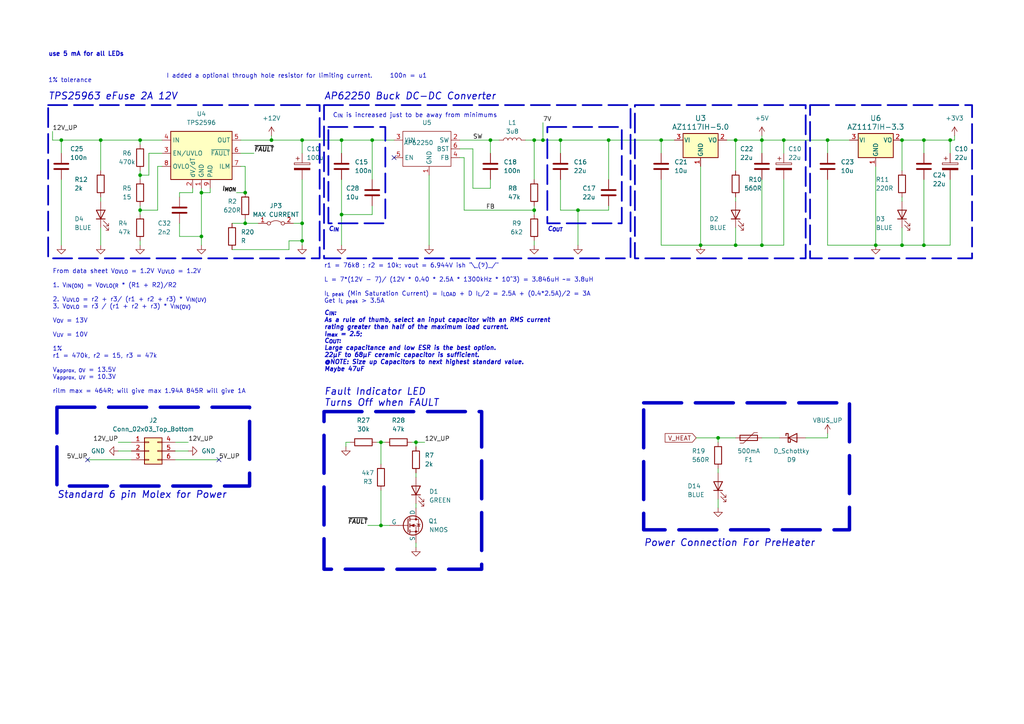
<source format=kicad_sch>
(kicad_sch (version 20230121) (generator eeschema)
  (paper "A4")
  (title_block (title "Power Supply") (rev "1"))
  (lib_symbols
    (symbol "Connector_Generic:Conn_02x03_Top_Bottom" (pin_names (offset 1.016) hide)
      (property "Reference" "J" (at 1.27 5.08 0))
      (property "Value" "Conn_02x03_Top_Bottom" (at 1.27 -5.08 0))
      (symbol "Conn_02x03_Top_Bottom_1_1"
        (rectangle (start -1.27 -2.413) (end 0 -2.667) (stroke (width 0.1524)))
        (rectangle (start -1.27 0.127) (end 0 -0.127) (stroke (width 0.1524)))
        (rectangle (start -1.27 2.667) (end 0 2.413) (stroke (width 0.1524)))
        (rectangle (start -1.27 3.81) (end 3.81 -3.81) (stroke (width 0.254)) (fill (type background)))
        (rectangle (start 3.81 -2.413) (end 2.54 -2.667) (stroke (width 0.1524)))
        (rectangle (start 3.81 0.127) (end 2.54 -0.127) (stroke (width 0.1524)))
        (rectangle (start 3.81 2.667) (end 2.54 2.413) (stroke (width 0.1524)))
        (pin passive line (at -5.08 2.54 0) (length 3.81) (name "Pin_1") (number "1"))
        (pin passive line (at -5.08 0 0) (length 3.81) (name "Pin_2") (number "2"))
        (pin passive line (at -5.08 -2.54 0) (length 3.81) (name "Pin_3") (number "3"))
        (pin passive line (at 7.62 2.54 180) (length 3.81) (name "Pin_4") (number "4"))
        (pin passive line (at 7.62 0 180) (length 3.81) (name "Pin_5") (number "5"))
        (pin passive line (at 7.62 -2.54 180) (length 3.81) (name "Pin_6") (number "6"))
      )
    )
    (symbol "Device:C" (pin_numbers hide) (pin_names (offset 0.254))
      (property "Reference" "C" (at 0.635 2.54 0))
      (property "Value" "C" (at 0.635 -2.54 0))
      (symbol "C_0_1"
        (polyline (pts (xy -2.032 -0.762) (xy 2.032 -0.762)) (stroke (width 0.508)))
        (polyline (pts (xy -2.032 0.762) (xy 2.032 0.762)) (stroke (width 0.508)))
      )
      (symbol "C_1_1"
        (pin passive line (at 0 3.81 270) (length 2.794) (name "~") (number "1"))
        (pin passive line (at 0 -3.81 90) (length 2.794) (name "~") (number "2"))
      )
    )
    (symbol "Device:C_Polarized" (pin_numbers hide) (pin_names (offset 0.254))
      (property "Reference" "C" (at 0.635 2.54 0))
      (property "Value" "C_Polarized" (at 0.635 -2.54 0))
      (symbol "C_Polarized_0_1"
        (rectangle (start -2.286 0.508) (end 2.286 1.016))
        (polyline (pts (xy -1.778 2.286) (xy -0.762 2.286)))
        (polyline (pts (xy -1.27 2.794) (xy -1.27 1.778)))
        (rectangle (start 2.286 -0.508) (end -2.286 -1.016) (fill (type outline)))
      )
      (symbol "C_Polarized_1_1"
        (pin passive line (at 0 3.81 270) (length 2.794) (name "~") (number "1"))
        (pin passive line (at 0 -3.81 90) (length 2.794) (name "~") (number "2"))
      )
    )
    (symbol "Device:D_Schottky" (pin_numbers hide) (pin_names (offset 1.016) hide)
      (property "Reference" "D" (at 0 2.54 0))
      (property "Value" "D_Schottky" (at 0 -2.54 0))
      (symbol "D_Schottky_0_1"
        (polyline (pts (xy 1.27 0) (xy -1.27 0)))
        (polyline (pts (xy 1.27 1.27) (xy 1.27 -1.27) (xy -1.27 0) (xy 1.27 1.27)) (stroke (width 0.254)))
        (polyline (pts (xy -1.905 0.635) (xy -1.905 1.27) (xy -1.27 1.27) (xy -1.27 -1.27) (xy -0.635 -1.27) (xy -0.635 -0.635)) (stroke (width 0.254)))
      )
      (symbol "D_Schottky_1_1"
        (pin passive line (at -3.81 0 0) (length 2.54) (name "K") (number "1"))
        (pin passive line (at 3.81 0 180) (length 2.54) (name "A") (number "2"))
      )
    )
    (symbol "Device:L" (pin_numbers hide) (pin_names (offset 1.016) hide)
      (property "Reference" "L" (at -1.27 0 90))
      (property "Value" "L" (at 1.905 0 90))
      (symbol "L_0_1"
        (arc (start 0 -2.54) (mid 0.6323 -1.905) (end 0 -1.27))
        (arc (start 0 -1.27) (mid 0.6323 -0.635) (end 0 0))
        (arc (start 0 0) (mid 0.6323 0.635) (end 0 1.27))
        (arc (start 0 1.27) (mid 0.6323 1.905) (end 0 2.54))
      )
      (symbol "L_1_1"
        (pin passive line (at 0 3.81 270) (length 1.27) (name "1") (number "1"))
        (pin passive line (at 0 -3.81 90) (length 1.27) (name "2") (number "2"))
      )
    )
    (symbol "Device:LED" (pin_numbers hide) (pin_names (offset 1.016) hide)
      (property "Reference" "D" (at 0 2.54 0))
      (property "Value" "LED" (at 0 -2.54 0))
      (symbol "LED_0_1"
        (polyline (pts (xy -1.27 -1.27) (xy -1.27 1.27)) (stroke (width 0.254)))
        (polyline (pts (xy -1.27 0) (xy 1.27 0)))
        (polyline (pts (xy 1.27 -1.27) (xy 1.27 1.27) (xy -1.27 0) (xy 1.27 -1.27)) (stroke (width 0.254)))
        (polyline (pts (xy -3.048 -0.762) (xy -4.572 -2.286) (xy -3.81 -2.286) (xy -4.572 -2.286) (xy -4.572 -1.524)))
        (polyline (pts (xy -1.778 -0.762) (xy -3.302 -2.286) (xy -2.54 -2.286) (xy -3.302 -2.286) (xy -3.302 -1.524)))
      )
      (symbol "LED_1_1"
        (pin passive line (at -3.81 0 0) (length 2.54) (name "K") (number "1"))
        (pin passive line (at 3.81 0 180) (length 2.54) (name "A") (number "2"))
      )
    )
    (symbol "Device:Polyfuse" (pin_numbers hide) (pin_names (offset 0))
      (property "Reference" "F" (at -2.54 0 90))
      (property "Value" "Polyfuse" (at 2.54 0 90))
      (symbol "Polyfuse_0_1"
        (rectangle (start -0.762 2.54) (end 0.762 -2.54) (stroke (width 0.254)))
        (polyline (pts (xy 0 2.54) (xy 0 -2.54)))
        (polyline (pts (xy -1.524 2.54) (xy -1.524 1.524) (xy 1.524 -1.524) (xy 1.524 -2.54)))
      )
      (symbol "Polyfuse_1_1"
        (pin passive line (at 0 3.81 270) (length 1.27) (name "~") (number "1"))
        (pin passive line (at 0 -3.81 90) (length 1.27) (name "~") (number "2"))
      )
    )
    (symbol "Device:R" (pin_numbers hide) (pin_names (offset 0))
      (property "Reference" "R" (at 2.032 0 90))
      (property "Value" "R" (at 0 0 90))
      (symbol "R_0_1"
        (rectangle (start -1.016 -2.54) (end 1.016 2.54) (stroke (width 0.254)))
      )
      (symbol "R_1_1"
        (pin passive line (at 0 3.81 270) (length 1.27) (name "~") (number "1"))
        (pin passive line (at 0 -3.81 90) (length 1.27) (name "~") (number "2"))
      )
    )
    (symbol "H2_Parts:AP62205"
      (property "Reference" "U" (at -1.27 6.35 0))
      (symbol "AP62205_0_1"
        (rectangle (start -6.35 5.08) (end 7.62 -5.08))
      )
      (symbol "AP62205_1_1"
        (pin input line (at 1.27 -7.62 90) (length 2.54) (name "GND") (number "1"))
        (pin output line (at 10.16 2.54 180) (length 2.54) (name "SW") (number "2"))
        (pin input line (at -8.89 2.54 0) (length 2.54) (name "VIN") (number "3"))
        (pin input line (at 10.16 -2.54 180) (length 2.54) (name "FB") (number "4"))
        (pin input line (at -8.89 -2.54 0) (length 2.54) (name "EN") (number "5"))
        (pin input line (at 10.16 0 180) (length 2.54) (name "BST") (number "6"))
      )
    )
    (symbol "H2_Parts:AZ1117IH-3.3" (pin_names (offset 0.254))
      (property "Reference" "U" (at 0 7.62 0))
      (property "Value" "AZ1117IH-3.3" (at 0 5.08 0))
      (symbol "AZ1117IH-3.3_0_1"
        (rectangle (start -5.08 1.905) (end 5.08 -5.08) (stroke (width 0.254)) (fill (type background)))
      )
      (symbol "AZ1117IH-3.3_1_1"
        (pin power_in line (at 0 -7.62 90) (length 2.54) (name "GND") (number "1"))
        (pin power_out line (at 7.62 0 180) (length 2.54) (name "VO") (number "2"))
        (pin power_in line (at -7.62 0 0) (length 2.54) (name "VI") (number "3"))
      )
    )
    (symbol "H2_Parts:AZ111IH-5.0" (pin_names (offset 0.254))
      (property "Reference" "U" (at 0 8.89 0))
      (property "Value" "AZ1117IH-5.0" (at 0 6.35 0))
      (symbol "AZ111IH-5.0_0_1"
        (rectangle (start -5.08 1.905) (end 5.08 -5.08) (stroke (width 0.254)) (fill (type background)))
      )
      (symbol "AZ111IH-5.0_1_1"
        (pin power_in line (at 0 -7.62 90) (length 2.54) (name "GND") (number "1"))
        (pin power_out line (at 7.62 0 180) (length 2.54) (name "VO") (number "2"))
        (pin power_in line (at -7.62 0 0) (length 2.54) (name "VI") (number "3"))
      )
    )
    (symbol "H2_Parts:TPS2596"
      (property "Reference" "U" (at 0 11.43 0))
      (property "Value" "TPS2596" (at 0 8.89 0))
      (symbol "TPS2596_0_1"
        (rectangle (start -8.89 6.35) (end 8.89 -7.62) (stroke (width 0.254)) (fill (type background)))
      )
      (symbol "TPS2596_1_1"
        (pin power_in line (at 0 -10.16 90) (length 2.54) (name "GND") (number "1"))
        (pin input line (at -2.54 -10.16 90) (length 2.54) (name "dV/dT") (number "2"))
        (pin input line (at -11.43 0 0) (length 2.54) (name "EN/UVLO") (number "3"))
        (pin power_in line (at -11.43 3.81 0) (length 2.54) (name "IN") (number "4"))
        (pin power_out line (at 11.43 3.81 180) (length 2.54) (name "OUT") (number "5"))
        (pin output line (at 11.43 0 180) (length 2.54) (name "~{FAULT}") (number "6"))
        (pin input line (at 11.43 -3.81 180) (length 2.54) (name "ILM") (number "7"))
        (pin input line (at -11.43 -3.81 0) (length 2.54) (name "OVLO") (number "8"))
        (pin input line (at 2.54 -10.16 90) (length 2.54) (name "PAD") (number "9"))
      )
    )
    (symbol "Jumper:Jumper_2_Bridged" (pin_names (offset 0) hide)
      (property "Reference" "JP" (at 0 1.905 0))
      (property "Value" "Jumper_2_Bridged" (at 0 -2.54 0))
      (symbol "Jumper_2_Bridged_0_0"
        (circle (center -2.032 0) (radius 0.508))
        (circle (center 2.032 0) (radius 0.508))
      )
      (symbol "Jumper_2_Bridged_0_1"
        (arc (start 1.524 0.254) (mid 0 0.762) (end -1.524 0.254))
      )
      (symbol "Jumper_2_Bridged_1_1"
        (pin passive line (at -5.08 0 0) (length 2.54) (name "A") (number "1"))
        (pin passive line (at 5.08 0 180) (length 2.54) (name "B") (number "2"))
      )
    )
    (symbol "RF_Parts:VBUS_UP" (power) (pin_names (offset 0))
      (property "Value" "VBUS_UP" (at 0 3.556 0))
      (symbol "VBUS_UP_0_1"
        (polyline (pts (xy -0.762 1.27) (xy 0 2.54)))
        (polyline (pts (xy 0 0) (xy 0 2.54)))
        (polyline (pts (xy 0 2.54) (xy 0.762 1.27)))
      )
      (symbol "VBUS_UP_1_1"
        (pin power_in line (at 0 0 90) (length 0) hide (name "VBUS_UP") (number "1"))
      )
    )
    (symbol "Simulation_SPICE:NMOS" (pin_numbers hide) (pin_names (offset 0))
      (property "Reference" "Q" (at 5.08 1.27 0))
      (property "Value" "NMOS" (at 5.08 -1.27 0))
      (symbol "NMOS_0_1"
        (polyline (pts (xy 0.254 0) (xy -2.54 0)))
        (polyline (pts (xy 0.254 1.905) (xy 0.254 -1.905)) (stroke (width 0.254)))
        (polyline (pts (xy 0.762 -1.27) (xy 0.762 -2.286)) (stroke (width 0.254)))
        (polyline (pts (xy 0.762 0.508) (xy 0.762 -0.508)) (stroke (width 0.254)))
        (polyline (pts (xy 0.762 2.286) (xy 0.762 1.27)) (stroke (width 0.254)))
        (polyline (pts (xy 2.54 2.54) (xy 2.54 1.778)))
        (polyline (pts (xy 2.54 -2.54) (xy 2.54 0) (xy 0.762 0)))
        (polyline (pts (xy 0.762 -1.778) (xy 3.302 -1.778) (xy 3.302 1.778) (xy 0.762 1.778)))
        (polyline (pts (xy 1.016 0) (xy 2.032 0.381) (xy 2.032 -0.381) (xy 1.016 0)) (fill (type outline)))
        (polyline (pts (xy 2.794 0.508) (xy 2.921 0.381) (xy 3.683 0.381) (xy 3.81 0.254)))
        (polyline (pts (xy 3.302 0.381) (xy 2.921 -0.254) (xy 3.683 -0.254) (xy 3.302 0.381)))
        (circle (center 1.651 0) (radius 2.794) (stroke (width 0.254)))
        (circle (center 2.54 -1.778) (radius 0.254) (fill (type outline)))
        (circle (center 2.54 1.778) (radius 0.254) (fill (type outline)))
      )
      (symbol "NMOS_1_1"
        (pin passive line (at 2.54 5.08 270) (length 2.54) (name "D") (number "1"))
        (pin input line (at -5.08 0 0) (length 2.54) (name "G") (number "2"))
        (pin passive line (at 2.54 -5.08 90) (length 2.54) (name "S") (number "3"))
      )
    )
    (symbol "power:+12V" (power) (pin_names (offset 0))
      (property "Value" "+12V" (at 0 3.556 0))
      (symbol "+12V_0_1"
        (polyline (pts (xy -0.762 1.27) (xy 0 2.54)))
        (polyline (pts (xy 0 0) (xy 0 2.54)))
        (polyline (pts (xy 0 2.54) (xy 0.762 1.27)))
      )
      (symbol "+12V_1_1"
        (pin power_in line (at 0 0 90) (length 0) hide (name "+12V") (number "1"))
      )
    )
    (symbol "power:+3V3" (power) (pin_names (offset 0))
      (property "Value" "+3V3" (at 0 3.556 0))
      (symbol "+3V3_0_1"
        (polyline (pts (xy -0.762 1.27) (xy 0 2.54)))
        (polyline (pts (xy 0 0) (xy 0 2.54)))
        (polyline (pts (xy 0 2.54) (xy 0.762 1.27)))
      )
      (symbol "+3V3_1_1"
        (pin power_in line (at 0 0 90) (length 0) hide (name "+3V3") (number "1"))
      )
    )
    (symbol "power:+5V" (power) (pin_names (offset 0))
      (property "Value" "+5V" (at 0 3.556 0))
      (symbol "+5V_0_1"
        (polyline (pts (xy -0.762 1.27) (xy 0 2.54)))
        (polyline (pts (xy 0 0) (xy 0 2.54)))
        (polyline (pts (xy 0 2.54) (xy 0.762 1.27)))
      )
      (symbol "+5V_1_1"
        (pin power_in line (at 0 0 90) (length 0) hide (name "+5V") (number "1"))
      )
    )
    (symbol "power:GND" (power) (pin_names (offset 0))
      (property "Value" "GND" (at 0 -3.81 0))
      (symbol "GND_0_1"
        (polyline (pts (xy 0 0) (xy 0 -1.27) (xy 1.27 -1.27) (xy 0 -2.54) (xy -1.27 -1.27) (xy 0 -1.27)))
      )
      (symbol "GND_1_1"
        (pin power_in line (at 0 0 270) (length 0) hide (name "GND") (number "1"))
      )
    )
  )
  (junction (at 275.59 40.64))
  (junction (at 220.98 40.64))
  (junction (at 203.2 71.12))
  (junction (at 267.97 40.64))
  (junction (at 167.64 60.96))
  (junction (at 58.42 68.58))
  (junction (at 162.56 40.64))
  (junction (at 176.53 40.64))
  (junction (at 71.12 64.77))
  (junction (at 87.63 64.77))
  (junction (at 99.06 62.23))
  (junction (at 78.74 40.64))
  (junction (at 40.64 60.96))
  (junction (at 154.94 40.64))
  (junction (at 40.64 40.64))
  (junction (at 157.48 40.64))
  (junction (at 254 71.12))
  (junction (at 40.64 50.8))
  (junction (at 29.21 40.64))
  (junction (at 87.63 69.85))
  (junction (at 240.03 40.64))
  (junction (at 110.49 152.4))
  (junction (at 213.36 40.64))
  (junction (at 120.65 128.27))
  (junction (at 71.12 55.88))
  (junction (at 213.36 71.12))
  (junction (at 17.78 40.64))
  (junction (at 87.63 40.64))
  (junction (at 208.28 127))
  (junction (at 110.49 128.27))
  (junction (at 227.33 40.64))
  (junction (at 142.24 40.64))
  (junction (at 99.06 40.64))
  (junction (at 267.97 71.12))
  (junction (at 261.62 71.12))
  (junction (at 191.77 40.64))
  (junction (at 261.62 40.64))
  (junction (at 220.98 71.12))
  (junction (at 107.95 40.64))
  (junction (at 154.94 60.96))
  (junction (at 58.42 55.88))
  (no_connect (at 63.5 133.35))
  (no_connect (at 25.4 133.35))
  (no_connect (at 114.3 45.72))
  (wire (pts (xy 167.64 60.96) (xy 167.64 71.12)))
  (wire (pts (xy 43.18 44.45) (xy 43.18 50.8)))
  (wire (pts (xy 191.77 71.12) (xy 203.2 71.12)))
  (wire (pts (xy 40.64 41.91) (xy 40.64 40.64)))
  (wire (pts (xy 120.65 137.16) (xy 120.65 138.43)))
  (wire (pts (xy 52.07 57.15) (xy 52.07 55.88)))
  (wire (pts (xy 40.64 60.96) (xy 40.64 59.69)))
  (wire (pts (xy 267.97 71.12) (xy 275.59 71.12)))
  (wire (pts (xy 71.12 64.77) (xy 71.12 63.5)))
  (wire (pts (xy 67.31 72.39) (xy 83.82 72.39)))
  (wire (pts (xy 213.36 66.04) (xy 213.36 71.12)))
  (wire (pts (xy 54.61 130.81) (xy 50.8 130.81)))
  (wire (pts (xy 261.62 66.04) (xy 261.62 71.12)))
  (wire (pts (xy 167.64 60.96) (xy 176.53 60.96)))
  (wire (pts (xy 123.19 128.27) (xy 120.65 128.27)))
  (wire (pts (xy 52.07 55.88) (xy 55.88 55.88)))
  (wire (pts (xy 213.36 127) (xy 208.28 127)))
  (wire (pts (xy 254 71.12) (xy 261.62 71.12)))
  (wire (pts (xy 110.49 128.27) (xy 110.49 134.62)))
  (wire (pts (xy 208.28 128.27) (xy 208.28 127)))
  (wire (pts (xy 275.59 52.07) (xy 275.59 71.12)))
  (wire (pts (xy 110.49 142.24) (xy 110.49 152.4)))
  (wire (pts (xy 208.28 144.78) (xy 208.28 147.32)))
  (wire (pts (xy 67.31 64.77) (xy 71.12 64.77)))
  (wire (pts (xy 100.33 128.27) (xy 101.6 128.27)))
  (wire (pts (xy 137.16 54.61) (xy 142.24 54.61)))
  (wire (pts (xy 99.06 62.23) (xy 99.06 71.12)))
  (wire (pts (xy 69.85 40.64) (xy 78.74 40.64)))
  (wire (pts (xy 87.63 40.64) (xy 87.63 44.45)))
  (wire (pts (xy 107.95 40.64) (xy 114.3 40.64)))
  (wire (pts (xy 40.64 49.53) (xy 40.64 50.8)))
  (wire (pts (xy 15.24 40.64) (xy 17.78 40.64)))
  (wire (pts (xy 87.63 69.85) (xy 87.63 71.12)))
  (wire (pts (xy 220.98 40.64) (xy 220.98 44.45)))
  (wire (pts (xy 144.78 40.64) (xy 142.24 40.64)))
  (wire (pts (xy 203.2 71.12) (xy 213.36 71.12)))
  (wire (pts (xy 34.29 128.27) (xy 38.1 128.27)))
  (wire (pts (xy 157.48 40.64) (xy 162.56 40.64)))
  (wire (pts (xy 15.24 38.1) (xy 15.24 40.64)))
  (wire (pts (xy 213.36 57.15) (xy 213.36 58.42)))
  (wire (pts (xy 29.21 57.15) (xy 29.21 58.42)))
  (wire (pts (xy 154.94 59.69) (xy 154.94 60.96)))
  (wire (pts (xy 240.03 40.64) (xy 240.03 44.45)))
  (wire (pts (xy 45.72 48.26) (xy 46.99 48.26)))
  (wire (pts (xy 99.06 40.64) (xy 99.06 44.45)))
  (wire (pts (xy 78.74 40.64) (xy 87.63 40.64)))
  (wire (pts (xy 87.63 64.77) (xy 87.63 69.85)))
  (wire (pts (xy 58.42 55.88) (xy 60.96 55.88)))
  (wire (pts (xy 213.36 40.64) (xy 220.98 40.64)))
  (wire (pts (xy 29.21 40.64) (xy 40.64 40.64)))
  (wire (pts (xy 154.94 62.23) (xy 154.94 60.96)))
  (wire (pts (xy 154.94 52.07) (xy 154.94 40.64)))
  (wire (pts (xy 17.78 40.64) (xy 29.21 40.64)))
  (wire (pts (xy 110.49 152.4) (xy 113.03 152.4)))
  (wire (pts (xy 40.64 50.8) (xy 43.18 50.8)))
  (wire (pts (xy 58.42 55.88) (xy 58.42 68.58)))
  (wire (pts (xy 176.53 60.96) (xy 176.53 59.69)))
  (wire (pts (xy 99.06 52.07) (xy 99.06 62.23)))
  (wire (pts (xy 227.33 40.64) (xy 240.03 40.64)))
  (wire (pts (xy 220.98 39.37) (xy 220.98 40.64)))
  (wire (pts (xy 142.24 54.61) (xy 142.24 52.07)))
  (wire (pts (xy 152.4 40.64) (xy 154.94 40.64)))
  (wire (pts (xy 40.64 69.85) (xy 40.64 71.12)))
  (wire (pts (xy 240.03 71.12) (xy 254 71.12)))
  (wire (pts (xy 134.62 45.72) (xy 134.62 60.96)))
  (wire (pts (xy 107.95 62.23) (xy 99.06 62.23)))
  (wire (pts (xy 162.56 52.07) (xy 162.56 60.96)))
  (wire (pts (xy 58.42 68.58) (xy 58.42 71.12)))
  (wire (pts (xy 275.59 40.64) (xy 275.59 44.45)))
  (wire (pts (xy 45.72 60.96) (xy 45.72 48.26)))
  (wire (pts (xy 240.03 40.64) (xy 246.38 40.64)))
  (wire (pts (xy 233.68 127) (xy 240.03 127)))
  (wire (pts (xy 110.49 128.27) (xy 111.76 128.27)))
  (wire (pts (xy 227.33 40.64) (xy 227.33 44.45)))
  (wire (pts (xy 261.62 71.12) (xy 267.97 71.12)))
  (wire (pts (xy 275.59 40.64) (xy 267.97 40.64)))
  (wire (pts (xy 40.64 62.23) (xy 40.64 60.96)))
  (wire (pts (xy 261.62 40.64) (xy 267.97 40.64)))
  (wire (pts (xy 142.24 40.64) (xy 142.24 44.45)))
  (wire (pts (xy 254 48.26) (xy 254 71.12)))
  (wire (pts (xy 261.62 57.15) (xy 261.62 58.42)))
  (wire (pts (xy 157.48 40.64) (xy 154.94 40.64)))
  (wire (pts (xy 191.77 52.07) (xy 191.77 71.12)))
  (wire (pts (xy 17.78 52.07) (xy 17.78 71.12)))
  (wire (pts (xy 176.53 40.64) (xy 176.53 52.07)))
  (wire (pts (xy 71.12 64.77) (xy 74.93 64.77)))
  (wire (pts (xy 120.65 157.48) (xy 120.65 158.75)))
  (wire (pts (xy 213.36 71.12) (xy 220.98 71.12)))
  (wire (pts (xy 208.28 135.89) (xy 208.28 137.16)))
  (wire (pts (xy 99.06 40.64) (xy 107.95 40.64)))
  (wire (pts (xy 276.86 39.37) (xy 276.86 40.64)))
  (wire (pts (xy 133.35 43.18) (xy 137.16 43.18)))
  (wire (pts (xy 119.38 128.27) (xy 120.65 128.27)))
  (wire (pts (xy 40.64 60.96) (xy 45.72 60.96)))
  (wire (pts (xy 71.12 48.26) (xy 69.85 48.26)))
  (wire (pts (xy 78.74 39.37) (xy 78.74 40.64)))
  (wire (pts (xy 109.22 128.27) (xy 110.49 128.27)))
  (wire (pts (xy 34.29 130.81) (xy 38.1 130.81)))
  (wire (pts (xy 69.85 44.45) (xy 73.66 44.45)))
  (wire (pts (xy 267.97 40.64) (xy 267.97 44.45)))
  (wire (pts (xy 83.82 69.85) (xy 87.63 69.85)))
  (wire (pts (xy 137.16 54.61) (xy 137.16 43.18)))
  (wire (pts (xy 261.62 49.53) (xy 261.62 40.64)))
  (wire (pts (xy 133.35 40.64) (xy 142.24 40.64)))
  (wire (pts (xy 50.8 128.27) (xy 54.61 128.27)))
  (wire (pts (xy 157.48 35.56) (xy 157.48 40.64)))
  (wire (pts (xy 85.09 64.77) (xy 87.63 64.77)))
  (wire (pts (xy 68.58 55.88) (xy 71.12 55.88)))
  (wire (pts (xy 213.36 40.64) (xy 210.82 40.64)))
  (wire (pts (xy 107.95 59.69) (xy 107.95 62.23)))
  (wire (pts (xy 191.77 40.64) (xy 195.58 40.64)))
  (wire (pts (xy 83.82 72.39) (xy 83.82 69.85)))
  (wire (pts (xy 29.21 40.64) (xy 29.21 49.53)))
  (wire (pts (xy 220.98 40.64) (xy 227.33 40.64)))
  (wire (pts (xy 87.63 52.07) (xy 87.63 64.77)))
  (wire (pts (xy 107.95 40.64) (xy 107.95 52.07)))
  (wire (pts (xy 213.36 40.64) (xy 213.36 49.53)))
  (wire (pts (xy 40.64 40.64) (xy 46.99 40.64)))
  (wire (pts (xy 40.64 50.8) (xy 40.64 52.07)))
  (wire (pts (xy 120.65 146.05) (xy 120.65 147.32)))
  (wire (pts (xy 240.03 125.73) (xy 240.03 127)))
  (wire (pts (xy 52.07 64.77) (xy 52.07 68.58)))
  (wire (pts (xy 106.68 152.4) (xy 110.49 152.4)))
  (wire (pts (xy 154.94 71.12) (xy 154.94 69.85)))
  (wire (pts (xy 25.4 133.35) (xy 38.1 133.35)))
  (wire (pts (xy 50.8 133.35) (xy 63.5 133.35)))
  (wire (pts (xy 191.77 40.64) (xy 191.77 44.45)))
  (wire (pts (xy 100.33 129.54) (xy 100.33 128.27)))
  (wire (pts (xy 87.63 40.64) (xy 99.06 40.64)))
  (wire (pts (xy 162.56 40.64) (xy 162.56 44.45)))
  (wire (pts (xy 220.98 127) (xy 226.06 127)))
  (wire (pts (xy 133.35 45.72) (xy 134.62 45.72)))
  (wire (pts (xy 52.07 68.58) (xy 58.42 68.58)))
  (wire (pts (xy 134.62 60.96) (xy 154.94 60.96)))
  (wire (pts (xy 201.93 127) (xy 208.28 127)))
  (wire (pts (xy 240.03 52.07) (xy 240.03 71.12)))
  (wire (pts (xy 71.12 55.88) (xy 71.12 48.26)))
  (wire (pts (xy 176.53 40.64) (xy 191.77 40.64)))
  (wire (pts (xy 46.99 44.45) (xy 43.18 44.45)))
  (wire (pts (xy 120.65 128.27) (xy 120.65 129.54)))
  (wire (pts (xy 17.78 40.64) (xy 17.78 44.45)))
  (wire (pts (xy 162.56 60.96) (xy 167.64 60.96)))
  (wire (pts (xy 124.46 50.8) (xy 124.46 71.12)))
  (wire (pts (xy 276.86 40.64) (xy 275.59 40.64)))
  (wire (pts (xy 29.21 66.04) (xy 29.21 71.12)))
  (wire (pts (xy 162.56 40.64) (xy 176.53 40.64)))
  (wire (pts (xy 220.98 71.12) (xy 227.33 71.12)))
  (wire (pts (xy 267.97 52.07) (xy 267.97 71.12)))
  (wire (pts (xy 227.33 52.07) (xy 227.33 71.12)))
  (wire (pts (xy 220.98 52.07) (xy 220.98 71.12)))
  (wire (pts (xy 58.42 55.88) (xy 58.42 54.61)))
  (wire (pts (xy 55.88 55.88) (xy 55.88 54.61)))
  (wire (pts (xy 203.2 48.26) (xy 203.2 71.12)))
  (wire (pts (xy 60.96 55.88) (xy 60.96 54.61)))
  (rectangle (start 16.51 118.11) (end 72.39 140.97) (stroke (width 1) (type dash)))
  (rectangle (start 95.25 36.83) (end 111.76 64.77) (stroke (width 0.5) (type dash)))
  (rectangle (start 234.95 30.48) (end 281.94 74.93) (stroke (width 0.5) (type dash)))
  (rectangle (start 13.97 30.48) (end 92.71 74.93) (stroke (width 0.5) (type dash)))
  (rectangle (start 184.15 30.48) (end 233.68 74.93) (stroke (width 0.5) (type dash)))
  (rectangle (start 11.43 217.17) (end 109.22 328.93) (stroke (width 1) (type dash)))
  (rectangle (start 93.98 30.48) (end 182.88 74.93) (stroke (width 0.5) (type dash)))
  (rectangle (start 186.69 116.84) (end 246.38 153.67) (stroke (width 1) (type dash)))
  (rectangle (start 158.75 36.83) (end 180.34 64.77) (stroke (width 0.5) (type dash)))
  (rectangle (start 93.98 119.38) (end 139.7 165.1) (stroke (width 1) (type dash)))
  (text "C_{IN}" (at 95.25 67.31 0) (effects (font (size 1.27 1.27) (thickness 0.254) bold italic) (justify left bottom)))
  (text "The data sheet for the AP63205 says the recommended component values are:\n\nL = 4.7 uH; C_{IN} = 10 uF; C_{OUT, 1 2} = 22 uH; C_{BST, SW} = 100 nF" (at 13.97 273.05 0) (effects (font (size 1.27 1.27) (thickness 0.254) bold) (justify left bottom)))
  (text "r1 = 76k8 ; r2 = 10k; vout = 6.944V ish ¯\\_(ツ)_/¯\n\nL = 7*(12V - 7)/ (12V * 0.40 * 2.5A * 1300kHz * 10^3) = 3.846uH ~= 3.8uH\n\nI_{L peak} (Min Saturation Current) = I_{LOAD} + D I_{L}/2 = 2.5A + (0.4*2.5A)/2 = 3A\nGet I_{L peak} > 3.5A\n\n" (at 93.98 90.17 0) (effects (font (size 1.27 1.27)) (justify left bottom)))
  (text "TPS25963 eFuse 2A 12V" (at 13.97 29.21 0) (effects (font (size 2 2) (thickness 0.254) bold italic) (justify left bottom)))
  (text "Standard 6 pin Molex for Power" (at 16.51 144.78 0) (effects (font (size 2 2) (thickness 0.254) bold italic) (justify left bottom)))
  (text "Power Connection For PreHeater\n" (at 186.69 158.75 0) (effects (font (size 2 2) (thickness 0.254) bold italic) (justify left bottom)))
  (text "use 5 mA for all LEDs" (at 13.97 16.51 0) (effects (font (size 1.27 1.27) (thickness 0.254) bold) (justify left bottom)))
  (text "L = V_{OUT} * (V_{IN} - V_{OUT}) / (V_{IN} * Delta I_{L} * f_{SW})\n\nDelta I_{L} = Inductor Ripple Current; 0.40 * 2A\n\nf_{SW} = buck switching frequency\n\nI_{L, PEAK} = I_{LOAD} + (Delta I_{L} / 2) \n\nI_{L, PEAK} determines the inductor saturation current.\nSaturating the inductor will decrease the efficency and increases the temprature.\nFor most applications it is recommended inductance between 2.2 and 10 uH\nwith a DC current rating 35% higher than max current.\nFor highest efficency DC resistance should be less than 100mOhms\n\nFor our application since the Buck has a maximum out current of 2 amps,\nand the eFuse is also max 2A i will pick:\n\nDelta I_{L} = 0.40 * 2A = 0.8\n\nso L = 5V * (12V - 5V) / (12V * 0.40 * 2A * 1100 * 10^3 Hz) = 3.31 uH ( Lower Bound )\n\nI_{L, PEAK} = 2A + (0.40 * 2A) / 2 = 2.4A\n\n" (at 13.97 266.7 0) (effects (font (size 1.27 1.27)) (justify left bottom)))
  (text "C_{IN}:\nAs a rule of thumb, select an input capacitor with an RMS current \nrating greater than half of the maximum load current.\nI_{max} = 2.5;" (at 93.98 97.79 0) (effects (font (size 1.27 1.27) (thickness 0.254) bold italic) (justify left bottom)))
  (text "C_{OUT}:\nLarge capacitance and low ESR is the best option. \n22µF to 68µF ceramic capacitor is sufficient.\n@NOTE: Size up Capacitors to next highest standard value.\nMaybe 47uF" (at 93.98 107.95 0) (effects (font (size 1.27 1.27) (thickness 0.254) bold italic) (justify left bottom)))
  (text "I added a optional through hole resistor for limiting current." (at 48.26 22.86 0) (effects (font (size 1.27 1.27)) (justify left bottom)))
  (text "C_{OUT}" (at 158.75 67.31 0) (effects (font (size 1.27 1.27) (thickness 0.254) bold italic) (justify left bottom)))
  (text "Fault Indicator LED\nTurns Off when FAULT" (at 93.98 118.11 0) (effects (font (size 2 2) (thickness 0.254) bold italic) (justify left bottom)))
  (text "Inductor selection for AP63205" (at 11.43 215.9 0) (effects (font (size 2 2) (thickness 0.254) bold italic) (justify left bottom)))
  (text "From data sheet V_{OVLO} = 1.2V V_{UVLO} = 1.2V\n\n1. V_{IN(ON)} = V_{OVLO(R} * (R1 + R2)/R2\n\n2. V_{UVLO} = r2 + r3/ (r1 + r2 + r3) * V_{IN(UV)} \n3. V_{OVLO} = r3 / (r1 + r2 + r3) * V_{IN(OV)}\n\nV_{OV} = 13V\n\nV_{UV} = 10V\n\n1%\nr1 = 470k, r2 = 15, r3 = 47k\n\nV_{approx, OV} = 13.5V\nV_{approx, UV} = 10.3V\n\nrilm max = 464R; will give max 1.94A 845R will give 1A" (at 15.24 114.3 0) (effects (font (size 1.27 1.27)) (justify left bottom)))
  (text "100n = u1" (at 113.03 22.86 0) (effects (font (size 1.27 1.27)) (justify left bottom)))
  (text "AP62250 Buck DC-DC Converter" (at 93.98 29.21 0) (effects (font (size 2 2) (thickness 0.254) bold italic) (justify left bottom)))
  (text "C_{IN} is increased just to be away from minimums" (at 96.52 34.29 0) (effects (font (size 1.27 1.27)) (justify left bottom)))
  (text "Phil's take:\n\nMAXIMUM SWITCHING CURRENT: \n\nEnsure IC can provide required current and use it to determine current rating for parts.\n\n1. duty cycle partial = V_{Out} / (V_{In, max} * efficency)\n\ndcp = 5V / (12V * 0.85) = 0.49\n\n2. Calculate Inductor Ripple Current: \n- use average L value from data sheet = (2.2 uH + 10 uH) / 2 = 6.1 uH\n\nDelta I_{L} = (12V - 5V) * 0.49 / (1100 * 10^3 * 6.1 * 10^-6 H) = 511 mA\n\n3. Check if IC can deliver max load current:\n\nI_{IC, max} = I_{LIM, min} - Delta I_{L} / 2\nThe AP63205 can deliver High Side peak current of 2.8 A (typ.)\nI_{IC, max} = 2.8 A - 0.511 mA / 2 = 2.5A (greater than max load current)\n\n4. Calculate peak inductor current: \n\nI_{SW, max} = I_{Out, max} + Delta I_{L} / 2 = 2.255 A " (at 13.97 325.12 0) (effects (font (size 1.27 1.27)) (justify left bottom)))
  (text "1% tolerance" (at 13.97 24.13 0) (effects (font (size 1.27 1.27)) (justify left bottom)))
  (label "12V_UP" (at 123.19 128.27 0))
  (label "12V_UP" (at 54.61 128.27 0))
  (label "7V" (at 157.48 35.56 0))
  (label "12V_UP" (at 34.29 128.27 180))
  (label "~{FAULT}" (at 73.66 44.45 0) (effects (font bold italic)))
  (label "5V_UP" (at 25.4 133.35 180))
  (label "5V_UP" (at 63.5 133.35 0))
  (label "FB" (at 140.97 60.96 0))
  (label "SW" (at 137.16 40.64 0))
  (label "I_{MON}" (at 68.58 55.88 180) (effects (font bold italic)))
  (label "~{FAULT}" (at 106.68 152.4 180) (effects (font bold italic)))
  (label "12V_UP" (at 15.24 38.1 0))
  (global_label "V_HEAT" (shape input) (at 201.93 127 180) (property "Intersheetrefs" "${INTERSHEET_REFS}" (effects hide)))
  (symbol (lib_id "Device:C") (at 162.56 48.26 0) (unit 1)
    (property "Reference" "C16" (at 166.37 46.99 0) (effects (justify left)))
    (property "Value" "22u" (at 166.37 49.53 0) (effects (justify left)))
    (property "Footprint" "Capacitor_SMD:C_1210_3225Metric" (effects hide))
    (property "DK #" "1276-1851-1-ND" (effects hide))
  )
  (symbol (lib_id "power:GND") (at 203.2 71.12 0) (unit 1)
    (property "Reference" "#PWR026" (effects hide))
    (property "Value" "GND" (effects hide))
  )
  (symbol (lib_id "power:GND") (at 120.65 158.75 0) (unit 1)
    (property "Reference" "#PWR023" (effects hide))
    (property "Value" "GND" (effects hide))
  )
  (symbol (lib_id "power:GND") (at 208.28 147.32 0) (unit 1)
    (property "Reference" "#PWR072" (effects hide))
    (property "Value" "GND" (effects hide))
  )
  (symbol (lib_id "Device:R") (at 105.41 128.27 90) (unit 1)
    (property "Reference" "R27" (at 105.41 121.92 90))
    (property "Value" "30k" (at 105.41 124.46 90))
    (property "Footprint" "Resistor_SMD:R_0603_1608Metric" (effects hide))
    (property "JLCPCB Part#(Optional)" "C22984" (effects hide))
    (property "JLCPCB Part#(optional)" "C22984" (effects hide))
  )
  (symbol (lib_id "Device:C") (at 142.24 48.26 0) (unit 1)
    (property "Reference" "C18" (at 146.05 46.99 0) (effects (justify left)))
    (property "Value" "100n" (at 146.05 49.53 0) (effects (justify left)))
    (property "Footprint" "Capacitor_SMD:C_0603_1608Metric" (effects hide))
    (property "JLCPCB Part#(Optional)" "C14663" (effects hide))
    (property "JLCPCB Part#(optional)" "C14663" (effects hide))
  )
  (symbol (lib_id "power:+5V") (at 220.98 39.37 0) (unit 1)
    (property "Reference" "#PWR029" (effects hide))
    (property "Value" "+5V" (at 220.98 34.29 0))
  )
  (symbol (lib_id "power:GND") (at 40.64 71.12 0) (unit 1)
    (property "Reference" "#PWR022" (effects hide))
    (property "Value" "GND" (effects hide))
  )
  (symbol (lib_id "power:GND") (at 124.46 71.12 0) (unit 1)
    (property "Reference" "#PWR018" (effects hide))
    (property "Value" "GND" (effects hide))
  )
  (symbol (lib_id "Device:R") (at 110.49 138.43 180) (unit 1)
    (property "Reference" "R3" (at 106.68 139.7 0))
    (property "Value" "4k7" (at 106.68 137.16 0))
    (property "Footprint" "Resistor_SMD:R_0603_1608Metric" (effects hide))
    (property "JLCPCB Part#(Optional)" "C23162" (effects hide))
    (property "JLCPCB Part#(optional)" "C23162" (effects hide))
  )
  (symbol (lib_id "power:GND") (at 167.64 71.12 0) (unit 1)
    (property "Reference" "#PWR019" (effects hide))
    (property "Value" "GND" (effects hide))
  )
  (symbol (lib_id "Device:C") (at 267.97 48.26 0) (unit 1)
    (property "Reference" "C24" (at 270.51 50.8 0) (effects (justify left)))
    (property "Value" "22u" (at 270.51 53.34 0) (effects (justify left)))
    (property "Footprint" "Capacitor_SMD:C_0805_2012Metric" (effects hide))
    (property "JLCPCB Part#(Optional)" "C45783" (effects hide))
    (property "JLCPCB Part#(optional)" "C45783" (effects hide))
  )
  (symbol (lib_id "Device:R") (at 261.62 53.34 0) (unit 1)
    (property "Reference" "R11" (at 254 52.07 0) (effects (justify left)))
    (property "Value" "220R" (at 254 54.61 0) (effects (justify left)))
    (property "Footprint" "Resistor_SMD:R_0805_2012Metric" (effects hide))
    (property "JLCPCB Part#(Optional)" "C17557" (effects hide))
    (property "JLCPCB Part#(optional)" "C17557" (effects hide))
  )
  (symbol (lib_id "H2_Parts:AP62205") (at 123.19 43.18 0) (unit 1)
    (property "Reference" "U5" (at 123.825 35.56 0))
    (property "Value" "AP62250" (at 121.412 41.402 0))
    (property "Footprint" "Package_TO_SOT_SMD:TSOT-23-6" (effects hide))
    (property "DK #" "31-AP62250WU-7CT-ND" (effects hide))
  )
  (symbol (lib_id "Device:Polyfuse") (at 217.17 127 270) (unit 1)
    (property "Reference" "F1" (at 217.17 133.35 90))
    (property "Value" "500mA" (at 217.17 130.81 90))
    (property "Footprint" "Fuse:Fuse_0805_2012Metric" (effects hide))
    (property "DK #" "507-1811-1-ND" (effects hide))
  )
  (symbol (lib_id "power:GND") (at 154.94 71.12 0) (unit 1)
    (property "Reference" "#PWR025" (effects hide))
    (property "Value" "GND" (effects hide))
  )
  (symbol (lib_id "Device:D_Schottky") (at 229.87 127 0) (unit 1)
    (property "Reference" "D9" (at 229.5525 133.35 0))
    (property "Value" "D_Schottky" (at 229.5525 130.81 0))
    (property "Footprint" "Diode_SMD:D_0805_2012Metric" (effects hide))
  )
  (symbol (lib_id "power:GND") (at 17.78 71.12 0) (unit 1)
    (property "Reference" "#PWR034" (effects hide))
    (property "Value" "GND" (effects hide))
  )
  (symbol (lib_id "power:GND") (at 87.63 71.12 0) (unit 1)
    (property "Reference" "#PWR024" (effects hide))
    (property "Value" "GND" (effects hide))
  )
  (symbol (lib_id "Device:R") (at 40.64 66.04 0) (unit 1)
    (property "Reference" "R4" (at 34.29 64.77 0) (effects (justify left)))
    (property "Value" "47k" (at 34.29 67.31 0) (effects (justify left)))
    (property "Footprint" "Resistor_SMD:R_0805_2012Metric" (effects hide))
    (property "JLCPCB Part#(optional)" "C17713" (effects hide))
  )
  (symbol (lib_id "Device:R") (at 67.31 68.58 180) (unit 1)
    (property "Reference" "R20" (at 69.85 67.31 0) (effects (justify right)))
    (property "Value" "R" (at 69.85 69.85 0) (effects (justify right)))
    (property "Footprint" "Resistor_THT:R_Axial_DIN0204_L3.6mm_D1.6mm_P7.62mm_Horizontal" (effects hide))
  )
  (symbol (lib_id "power:GND") (at 58.42 71.12 0) (unit 1)
    (property "Reference" "#PWR020" (effects hide))
    (property "Value" "GND" (effects hide))
  )
  (symbol (lib_id "power:GND") (at 54.61 130.81 90) (unit 1)
    (property "Reference" "#PWR014" (effects hide))
    (property "Value" "GND" (at 58.42 130.81 90) (effects (justify right)))
  )
  (symbol (lib_id "Device:R") (at 40.64 55.88 0) (unit 1)
    (property "Reference" "R5" (at 36.83 54.61 0))
    (property "Value" "15" (at 36.83 57.15 0))
    (property "Footprint" "Resistor_SMD:R_0805_2012Metric" (effects hide))
    (property "JLCPCB Part#(optional)" "C17480" (effects hide))
  )
  (symbol (lib_id "Connector_Generic:Conn_02x03_Top_Bottom") (at 43.18 130.81 0) (unit 1)
    (property "Reference" "J2" (at 44.45 121.92 0))
    (property "Value" "Conn_02x03_Top_Bottom" (at 44.45 124.46 0))
    (property "Footprint" "SYM&FOOT:Molex_Micro-Fit_3.0_43045-0621_2x03-1MP_P3.00mm_Horizontal" (effects hide))
  )
  (symbol (lib_id "Device:R") (at 208.28 132.08 0) (unit 1)
    (property "Reference" "R19" (at 200.66 130.81 0) (effects (justify left)))
    (property "Value" "560R" (at 200.66 133.35 0) (effects (justify left)))
    (property "Footprint" "Resistor_SMD:R_0805_2012Metric" (effects hide))
    (property "JLCPCB Part#(Optional)" "C28636" (effects hide))
    (property "JLCPCB Part#(optional)" "C28636" (effects hide))
  )
  (symbol (lib_id "power:GND") (at 254 71.12 0) (unit 1)
    (property "Reference" "#PWR021" (effects hide))
    (property "Value" "GND" (effects hide))
  )
  (symbol (lib_id "Device:R") (at 120.65 133.35 0) (unit 1)
    (property "Reference" "R7" (at 123.19 132.08 0) (effects (justify left)))
    (property "Value" "2k" (at 123.19 134.62 0) (effects (justify left)))
    (property "Footprint" "Resistor_SMD:R_0805_2012Metric" (effects hide))
    (property "JLCPCB Part#(Optional)" "C17604" (effects hide))
    (property "JLCPCB Part#(optional)" "C17604" (effects hide))
  )
  (symbol (lib_id "Device:C") (at 107.95 55.88 0) (unit 1)
    (property "Reference" "C28" (at 100.33 54.61 0) (effects (justify left)))
    (property "Value" "10u" (at 100.33 57.15 0) (effects (justify left)))
    (property "Footprint" "Capacitor_SMD:C_1210_3225Metric" (effects hide))
    (property "DK #" "1276-1854-1-ND" (effects hide))
    (property "JLCPCB Part#(optional)" "-- mixed values --" (effects hide))
  )
  (symbol (lib_id "Device:C") (at 99.06 48.26 0) (unit 1)
    (property "Reference" "C15" (at 102.87 46.99 0) (effects (justify left)))
    (property "Value" "100n" (at 102.87 49.53 0) (effects (justify left)))
    (property "Footprint" "Capacitor_SMD:C_0603_1608Metric" (effects hide))
    (property "JLCPCB Part#(Optional)" "C14663" (effects hide))
    (property "JLCPCB Part#(optional)" "C14663" (effects hide))
  )
  (symbol (lib_id "Device:L") (at 148.59 40.64 90) (unit 1)
    (property "Reference" "L1" (at 148.59 35.56 90))
    (property "Value" "3u8" (at 148.59 38.1 90))
    (property "Footprint" "Inductor_SMD:L_12x12mm_H8mm" (effects hide))
    (property "DK #" "CDRH125L125NP-3R9NC" (effects hide))
  )
  (symbol (lib_id "Simulation_SPICE:NMOS") (at 118.11 152.4 0) (unit 1)
    (property "Reference" "Q1" (at 127 151.13 0) (effects (justify right)))
    (property "Value" "NMOS" (at 124.46 153.67 0) (effects (justify left)))
    (property "Footprint" "Package_TO_SOT_SMD:SOT-23" (effects hide))
    (property "Datasheet" "https://ngspice.sourceforge.io/docs/ngspice-manual.pdf" (effects hide))
    (property "JLCPCB Part#(Optional)" "C8545" (effects hide))
    (property "JLCPCB Part#(optional)" "C8545" (effects hide))
  )
  (symbol (lib_id "Device:R") (at 154.94 55.88 0) (unit 1)
    (property "Reference" "R8" (at 147.32 54.61 0) (effects (justify left)))
    (property "Value" "47k" (at 147.32 57.15 0) (effects (justify left)))
    (property "Footprint" "Resistor_SMD:R_0805_2012Metric" (effects hide))
    (property "JLCPCB Part#(Optional)" "C17713" (effects hide))
    (property "JLCPCB Part#(optional)" "C17713" (effects hide))
  )
  (symbol (lib_id "Device:C") (at 52.07 60.96 0) (unit 1)
    (property "Reference" "C32" (at 45.72 64.77 0) (effects (justify left)))
    (property "Value" "2n2" (at 45.72 67.31 0) (effects (justify left)))
    (property "Footprint" "Capacitor_SMD:C_0402_1005Metric" (effects hide))
    (property "JLCPCB Part#(Optional)" "C1531" (effects hide))
    (property "JLCPCB Part#(optional)" "C1531" (effects hide))
  )
  (symbol (lib_id "Device:C_Polarized") (at 275.59 48.26 0) (unit 1)
    (property "Reference" "C10" (at 276.86 43.18 0) (effects (justify left)))
    (property "Value" "22u" (at 276.86 45.72 0) (effects (justify left)))
    (property "Footprint" "Capacitor_SMD:CP_Elec_6.3x5.9" (effects hide))
    (property "DK #" "399-A766EB226M1DLAE060CT-ND" (effects hide))
    (instances (project "CAN-USB RF Module" (path "" (reference "C10") (unit 1))) (project "H2 Sensor Board Lucy Rev 1" (path "" (reference "C34") (unit 1))))
  )
  (symbol (lib_id "Device:C") (at 176.53 55.88 0) (unit 1)
    (property "Reference" "C17" (at 168.91 54.61 0) (effects (justify left)))
    (property "Value" "22u" (at 168.91 57.15 0) (effects (justify left)))
    (property "Footprint" "Capacitor_SMD:C_1210_3225Metric" (effects hide))
    (property "DK #" "1276-1851-1-ND" (effects hide))
  )
  (symbol (lib_id "Device:C_Polarized") (at 87.63 48.26 0) (unit 1)
    (property "Reference" "C10" (at 88.9 43.18 0) (effects (justify left)))
    (property "Value" "100u" (at 88.9 45.72 0) (effects (justify left)))
    (property "Footprint" "Capacitor_SMD:CP_Elec_6.3x5.9" (effects hide))
    (property "DK #" "399-A766EB127M0JLAE022CT-ND" (effects hide))
    (instances (project "CAN-USB RF Module" (path "" (reference "C10") (unit 1))) (project "H2 Sensor Board Lucy Rev 1" (path "" (reference "C20") (unit 1))))
  )
  (symbol (lib_id "Device:C") (at 240.03 48.26 0) (unit 1)
    (property "Reference" "C23" (at 243.84 46.99 0) (effects (justify left)))
    (property "Value" "10u" (at 243.84 49.53 0) (effects (justify left)))
    (property "Footprint" "Capacitor_SMD:C_0805_2012Metric" (effects hide))
    (property "JLCPCB Part#(Optional)" "C440198" (effects hide))
    (property "JLCPCB Part#(optional)" "C440198" (effects hide))
  )
  (symbol (lib_id "Device:C_Polarized") (at 227.33 48.26 0) (unit 1)
    (property "Reference" "C10" (at 228.6 43.18 0) (effects (justify left)))
    (property "Value" "22u" (at 228.6 45.72 0) (effects (justify left)))
    (property "Footprint" "Capacitor_SMD:CP_Elec_6.3x5.9" (effects hide))
    (property "DK #" "399-A766EB226M1DLAE060CT-ND" (effects hide))
    (instances (project "CAN-USB RF Module" (path "" (reference "C10") (unit 1))) (project "H2 Sensor Board Lucy Rev 1" (path "" (reference "C33") (unit 1))))
  )
  (symbol (lib_id "H2_Parts:AZ111IH-5.0") (at 203.2 40.64 0) (unit 1)
    (property "Reference" "U3" (at 203.2 34.29 0) (effects (font (size 1.524 1.524))))
    (property "Value" "AZ1117IH-5.0" (at 203.2 36.83 0) (effects (font (size 1.524 1.524))))
    (property "Footprint" "Package_TO_SOT_SMD:SOT-223-3_TabPin2" (effects hide))
    (property "Datasheet" "https://datasheet.lcsc.com/lcsc/1810251612_Diodes-Incorporated-AZ1117H-5-0TRE1_C99343.pdf" (effects hide))
    (property "DK #" "AZ1117IH-5.0TRG1DICT-ND" (effects hide))
  )
  (symbol (lib_id "power:GND") (at 100.33 129.54 0) (unit 1)
    (property "Reference" "#PWR048" (effects hide))
    (property "Value" "GND" (effects hide))
  )
  (symbol (lib_id "Device:R") (at 29.21 53.34 0) (unit 1)
    (property "Reference" "R12" (at 21.59 52.07 0) (effects (justify left)))
    (property "Value" "2k" (at 21.59 54.61 0) (effects (justify left)))
    (property "Footprint" "Resistor_SMD:R_0805_2012Metric" (effects hide))
    (property "JLCPCB Part#(Optional)" "C17604" (effects hide))
    (property "JLCPCB Part#(optional)" "C17604" (effects hide))
  )
  (symbol (lib_id "power:+3V3") (at 276.86 39.37 0) (unit 1)
    (property "Reference" "#PWR028" (effects hide))
    (property "Value" "+3V3" (at 276.86 34.29 0))
  )
  (symbol (lib_id "Device:LED") (at 261.62 62.23 90) (unit 1)
    (property "Reference" "D3" (at 254 63.5 90) (effects (justify right)))
    (property "Value" "BLUE" (at 254 66.04 90) (effects (justify right)))
    (property "Footprint" "LED_SMD:LED_0805_2012Metric" (effects hide))
  )
  (symbol (lib_id "Device:R") (at 71.12 59.69 0) (unit 1)
    (property "Reference" "R2" (at 66.04 58.42 0) (effects (justify left)))
    (property "Value" "620R" (at 64.77 60.96 0) (effects (justify left)))
    (property "Footprint" "Resistor_SMD:R_0603_1608Metric" (effects hide))
    (property "JLCPCB Part#(Optional)" "C23220" (effects hide))
    (property "JLCPCB Part#(optional)" "C23220" (effects hide))
  )
  (symbol (lib_id "Device:R") (at 213.36 53.34 0) (mirror y) (unit 1)
    (property "Reference" "R10" (at 220.98 52.07 0) (effects (justify left)))
    (property "Value" "560R" (at 220.98 54.61 0) (effects (justify left)))
    (property "Footprint" "Resistor_SMD:R_0805_2012Metric" (effects hide))
    (property "JLCPCB Part#(Optional)" "C28636" (effects hide))
    (property "JLCPCB Part#(optional)" "C28636" (effects hide))
  )
  (symbol (lib_id "Device:R") (at 115.57 128.27 270) (unit 1)
    (property "Reference" "R28" (at 115.57 121.92 90))
    (property "Value" "47k" (at 115.57 124.46 90))
    (property "Footprint" "Resistor_SMD:R_0603_1608Metric" (effects hide))
    (property "JLCPCB Part#(Optional)" "C25819" (effects hide))
    (property "JLCPCB Part#(optional)" "C25819" (effects hide))
  )
  (symbol (lib_id "power:GND") (at 99.06 71.12 0) (unit 1)
    (property "Reference" "#PWR017" (effects hide))
    (property "Value" "GND" (effects hide))
  )
  (symbol (lib_id "power:GND") (at 34.29 130.81 270) (unit 1)
    (property "Reference" "#PWR015" (effects hide))
    (property "Value" "GND" (at 30.48 130.81 90) (effects (justify right)))
  )
  (symbol (lib_id "RF_Parts:VBUS_UP") (at 240.03 125.73 0) (unit 1)
    (property "Reference" "#PWR054" (effects hide))
    (property "Value" "VBUS_UP" (at 240.03 121.92 0))
    (instances (project "CAN-USB RF Module" (path "" (reference "#PWR054") (unit 1))) (project "H2 Sensor Board Lucy Rev 1" (path "" (reference "#PWR067") (unit 1)) (path "" (reference "#PWR071") (unit 1))))
  )
  (symbol (lib_id "Device:R") (at 154.94 66.04 180) (unit 1)
    (property "Reference" "R9" (at 149.86 64.77 0))
    (property "Value" "6k2" (at 149.86 67.31 0))
    (property "Footprint" "Resistor_SMD:R_0805_2012Metric" (effects hide))
    (property "JLCPCB Part#(Optional)" "C17767" (effects hide))
    (property "JLCPCB Part#(optional)" "C17767" (effects hide))
  )
  (symbol (lib_id "Device:LED") (at 213.36 62.23 90) (unit 1)
    (property "Reference" "D2" (at 205.74 63.5 90) (effects (justify right)))
    (property "Value" "BLUE" (at 205.74 66.04 90) (effects (justify right)))
    (property "Footprint" "LED_SMD:LED_0805_2012Metric" (effects hide))
  )
  (symbol (lib_id "H2_Parts:TPS2596") (at 58.42 44.45 0) (unit 1)
    (property "Reference" "U4" (at 58.42 33.02 0))
    (property "Value" "TPS2596" (at 58.42 35.56 0))
    (property "Footprint" "Package_SO:TI_SO-PowerPAD-8" (effects hide))
    (property "Datasheet" "https://www.ti.com/lit/gpn/tps2596" (effects hide))
    (property "DK #" "296-TPS259631DDARCT-ND" (effects hide))
  )
  (symbol (lib_id "Device:C") (at 220.98 48.26 0) (unit 1)
    (property "Reference" "C22" (at 214.63 43.18 0) (effects (justify left)))
    (property "Value" "22u" (at 214.63 45.72 0) (effects (justify left)))
    (property "Footprint" "Capacitor_SMD:C_0805_2012Metric" (effects hide))
    (property "JLCPCB Part#(Optional)" "C45783" (effects hide))
    (property "JLCPCB Part#(optional)" "C45783" (effects hide))
  )
  (symbol (lib_id "H2_Parts:AZ1117IH-3.3") (at 254 40.64 0) (unit 1)
    (property "Reference" "U6" (at 254 34.29 0) (effects (font (size 1.524 1.524))))
    (property "Value" "AZ1117IH-3.3" (at 254 36.83 0) (effects (font (size 1.524 1.524))))
    (property "Footprint" "Package_TO_SOT_SMD:SOT-223-3_TabPin2" (effects hide))
    (property "Datasheet" "https://datasheet.lcsc.com/lcsc/1806151415_Diodes-Incorporated-AZ1117EH-3-3TRG1_C108494.pdf" (effects hide))
    (property "DK #" "AZ1117IH-3.3TRG1DICT-ND" (effects hide))
  )
  (symbol (lib_id "power:GND") (at 29.21 71.12 0) (unit 1)
    (property "Reference" "#PWR036" (effects hide))
    (property "Value" "GND" (effects hide))
  )
  (symbol (lib_id "Device:LED") (at 120.65 142.24 90) (unit 1)
    (property "Reference" "D1" (at 124.46 142.5575 90) (effects (justify right)))
    (property "Value" "GREEN" (at 124.46 145.0975 90) (effects (justify right)))
    (property "Footprint" "LED_SMD:LED_0805_2012Metric" (effects hide))
    (property "JLCPCB Part#(Optional)" "C2297" (effects hide))
    (property "JLCPCB Part#(optional)" "C2297" (effects hide))
  )
  (symbol (lib_id "Device:LED") (at 208.28 140.97 90) (unit 1)
    (property "Reference" "D14" (at 199.39 140.97 90) (effects (justify right)))
    (property "Value" "BLUE" (at 199.39 143.51 90) (effects (justify right)))
    (property "Footprint" "LED_SMD:LED_0805_2012Metric" (effects hide))
  )
  (symbol (lib_id "Jumper:Jumper_2_Bridged") (at 80.01 64.77 0) (unit 1)
    (property "Reference" "JP3" (at 80.01 59.69 0))
    (property "Value" "MAX CURRENT" (at 80.01 62.23 0))
    (property "Footprint" "Jumper:SolderJumper-2_P1.3mm_Bridged_RoundedPad1.0x1.5mm" (effects hide))
  )
  (symbol (lib_id "Device:C") (at 17.78 48.26 0) (unit 1)
    (property "Reference" "C25" (at 20.32 43.18 0) (effects (justify left)))
    (property "Value" "100n" (at 20.32 45.72 0) (effects (justify left)))
    (property "Footprint" "Capacitor_SMD:C_0805_2012Metric" (effects hide))
    (property "JLCPCB Part#(Optional)" "C28233" (effects hide))
    (property "JLCPCB Part#(optional)" "C49678" (effects hide))
  )
  (symbol (lib_id "Device:R") (at 40.64 45.72 180) (unit 1)
    (property "Reference" "R6" (at 36.83 44.45 0))
    (property "Value" "470k" (at 36.83 46.99 0))
    (property "Footprint" "Resistor_SMD:R_0805_2012Metric" (effects hide))
    (property "JLCPCB Part#(optional)" "C17709" (effects hide))
  )
  (symbol (lib_id "power:+12V") (at 78.74 39.37 0) (unit 1)
    (property "Reference" "#PWR016" (effects hide))
    (property "Value" "+12V" (at 78.74 34.29 0))
  )
  (symbol (lib_id "Device:LED") (at 29.21 62.23 90) (unit 1)
    (property "Reference" "D4" (at 21.59 63.5 90) (effects (justify right)))
    (property "Value" "BLUE" (at 21.59 66.04 90) (effects (justify right)))
    (property "Footprint" "LED_SMD:LED_0805_2012Metric" (effects hide))
  )
  (symbol (lib_id "Device:C") (at 191.77 48.26 0) (unit 1)
    (property "Reference" "C21" (at 195.58 46.99 0) (effects (justify left)))
    (property "Value" "10u" (at 195.58 49.53 0) (effects (justify left)))
    (property "Footprint" "Capacitor_SMD:C_0805_2012Metric" (effects hide))
    (property "JLCPCB Part#(Optional)" "C440198" (effects hide))
    (property "JLCPCB Part#(optional)" "C440198" (effects hide))
  )
)
</source>
